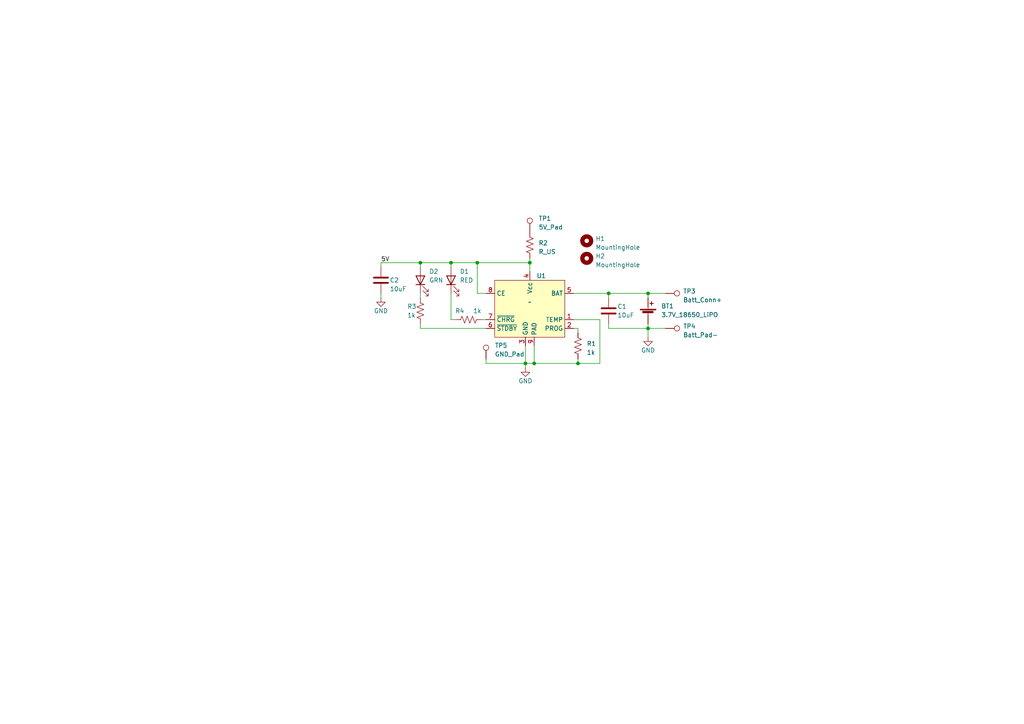
<source format=kicad_sch>
(kicad_sch (version 20230121) (generator eeschema)
  (paper "A4")
  (lib_symbols
    (symbol "Connector:TestPoint" (pin_numbers hide) (pin_names (offset 0.762) hide)
      (property "Reference" "TP" (at 0 6.858 0))
      (property "Value" "TestPoint" (at 0 5.08 0))
      (symbol "TestPoint_0_1"
        (circle (center 0 3.302) (radius 0.762))
      )
      (symbol "TestPoint_1_1"
        (pin passive line (at 0 0 90) (length 2.54) (name "1") (number "1"))
      )
    )
    (symbol "Custom_Lib:TP4056"
      (property "Reference" "U" (at -3.81 7.62 0))
      (symbol "TP4056_1_1"
        (rectangle (start -10.16 6.35) (end 10.16 -10.16) (fill (type background)))
        (pin input line (at 12.7 -5.08 180) (length 2.54) (name "TEMP") (number "1"))
        (pin input line (at 12.7 -7.62 180) (length 2.54) (name "PROG") (number "2"))
        (pin input line (at -1.27 -12.7 90) (length 2.54) (name "GND") (number "3"))
        (pin input line (at 0 8.89 270) (length 2.54) (name "Vcc") (number "4"))
        (pin input line (at 12.7 2.54 180) (length 2.54) (name "BAT") (number "5"))
        (pin input line (at -12.7 -7.62 0) (length 2.54) (name "~{STDBY}") (number "6"))
        (pin input line (at -12.7 -5.08 0) (length 2.54) (name "~{CHRG}") (number "7"))
        (pin input line (at -12.7 2.54 0) (length 2.54) (name "CE") (number "8"))
        (pin input line (at 1.27 -12.7 90) (length 2.54) (name "PAD") (number "9"))
      )
    )
    (symbol "Device:Battery_Cell" (pin_numbers hide) (pin_names (offset 0) hide)
      (property "Reference" "BT" (at 2.54 2.54 0))
      (property "Value" "Battery_Cell" (at 2.54 0 0))
      (symbol "Battery_Cell_0_1"
        (rectangle (start -2.286 1.778) (end 2.286 1.524) (fill (type outline)))
        (rectangle (start -1.5748 1.1938) (end 1.4732 0.6858) (fill (type outline)))
        (polyline (pts (xy 0 0.762) (xy 0 0)))
        (polyline (pts (xy 0 1.778) (xy 0 2.54)))
        (polyline (pts (xy 0.508 3.429) (xy 1.524 3.429)) (stroke (width 0.254)))
        (polyline (pts (xy 1.016 3.937) (xy 1.016 2.921)) (stroke (width 0.254)))
      )
      (symbol "Battery_Cell_1_1"
        (pin passive line (at 0 5.08 270) (length 2.54) (name "+") (number "1"))
        (pin passive line (at 0 -2.54 90) (length 2.54) (name "-") (number "2"))
      )
    )
    (symbol "Device:C" (pin_numbers hide) (pin_names (offset 0.254))
      (property "Reference" "C" (at 0.635 2.54 0))
      (property "Value" "C" (at 0.635 -2.54 0))
      (symbol "C_0_1"
        (polyline (pts (xy -2.032 -0.762) (xy 2.032 -0.762)) (stroke (width 0.508)))
        (polyline (pts (xy -2.032 0.762) (xy 2.032 0.762)) (stroke (width 0.508)))
      )
      (symbol "C_1_1"
        (pin passive line (at 0 3.81 270) (length 2.794) (name "~") (number "1"))
        (pin passive line (at 0 -3.81 90) (length 2.794) (name "~") (number "2"))
      )
    )
    (symbol "Device:LED" (pin_numbers hide) (pin_names (offset 1.016) hide)
      (property "Reference" "D" (at 0 2.54 0))
      (property "Value" "LED" (at 0 -2.54 0))
      (symbol "LED_0_1"
        (polyline (pts (xy -1.27 -1.27) (xy -1.27 1.27)) (stroke (width 0.254)))
        (polyline (pts (xy -1.27 0) (xy 1.27 0)))
        (polyline (pts (xy 1.27 -1.27) (xy 1.27 1.27) (xy -1.27 0) (xy 1.27 -1.27)) (stroke (width 0.254)))
        (polyline (pts (xy -3.048 -0.762) (xy -4.572 -2.286) (xy -3.81 -2.286) (xy -4.572 -2.286) (xy -4.572 -1.524)))
        (polyline (pts (xy -1.778 -0.762) (xy -3.302 -2.286) (xy -2.54 -2.286) (xy -3.302 -2.286) (xy -3.302 -1.524)))
      )
      (symbol "LED_1_1"
        (pin passive line (at -3.81 0 0) (length 2.54) (name "K") (number "1"))
        (pin passive line (at 3.81 0 180) (length 2.54) (name "A") (number "2"))
      )
    )
    (symbol "Device:R_US" (pin_numbers hide) (pin_names (offset 0))
      (property "Reference" "R" (at 2.54 0 90))
      (property "Value" "R_US" (at -2.54 0 90))
      (symbol "R_US_0_1"
        (polyline (pts (xy 0 -2.286) (xy 0 -2.54)))
        (polyline (pts (xy 0 2.286) (xy 0 2.54)))
        (polyline (pts (xy 0 -0.762) (xy 1.016 -1.143) (xy 0 -1.524) (xy -1.016 -1.905) (xy 0 -2.286)))
        (polyline (pts (xy 0 0.762) (xy 1.016 0.381) (xy 0 0) (xy -1.016 -0.381) (xy 0 -0.762)))
        (polyline (pts (xy 0 2.286) (xy 1.016 1.905) (xy 0 1.524) (xy -1.016 1.143) (xy 0 0.762)))
      )
      (symbol "R_US_1_1"
        (pin passive line (at 0 3.81 270) (length 1.27) (name "~") (number "1"))
        (pin passive line (at 0 -3.81 90) (length 1.27) (name "~") (number "2"))
      )
    )
    (symbol "Mechanical:MountingHole" (pin_names (offset 1.016))
      (property "Reference" "H" (at 0 5.08 0))
      (property "Value" "MountingHole" (at 0 3.175 0))
      (symbol "MountingHole_0_1"
        (circle (center 0 0) (radius 1.27) (stroke (width 1.27)))
      )
    )
    (symbol "power:GND" (power) (pin_names (offset 0))
      (property "Value" "GND" (at 0 -3.81 0))
      (symbol "GND_0_1"
        (polyline (pts (xy 0 0) (xy 0 -1.27) (xy 1.27 -1.27) (xy 0 -2.54) (xy -1.27 -1.27) (xy 0 -1.27)))
      )
      (symbol "GND_1_1"
        (pin power_in line (at 0 0 270) (length 0) hide (name "GND") (number "1"))
      )
    )
  )
  (junction (at 187.96 95.25))
  (junction (at 138.43 76.2))
  (junction (at 167.64 105.41))
  (junction (at 154.94 105.41))
  (junction (at 130.81 76.2))
  (junction (at 176.53 85.09))
  (junction (at 121.92 76.2))
  (junction (at 187.96 85.09))
  (junction (at 152.4 105.41))
  (junction (at 153.67 76.2))
  (wire (pts (xy 152.4 100.33) (xy 152.4 105.41)))
  (wire (pts (xy 187.96 85.09) (xy 176.53 85.09)))
  (wire (pts (xy 187.96 95.25) (xy 187.96 93.98)))
  (wire (pts (xy 166.37 95.25) (xy 167.64 95.25)))
  (wire (pts (xy 121.92 95.25) (xy 121.92 93.98)))
  (wire (pts (xy 121.92 95.25) (xy 140.97 95.25)))
  (wire (pts (xy 138.43 85.09) (xy 138.43 76.2)))
  (wire (pts (xy 176.53 93.98) (xy 176.53 95.25)))
  (wire (pts (xy 173.99 92.71) (xy 173.99 105.41)))
  (wire (pts (xy 153.67 74.93) (xy 153.67 76.2)))
  (wire (pts (xy 166.37 92.71) (xy 173.99 92.71)))
  (wire (pts (xy 140.97 85.09) (xy 138.43 85.09)))
  (wire (pts (xy 130.81 77.47) (xy 130.81 76.2)))
  (wire (pts (xy 167.64 95.25) (xy 167.64 96.52)))
  (wire (pts (xy 130.81 85.09) (xy 130.81 92.71)))
  (wire (pts (xy 153.67 76.2) (xy 153.67 78.74)))
  (wire (pts (xy 110.49 77.47) (xy 110.49 76.2)))
  (wire (pts (xy 152.4 105.41) (xy 152.4 106.68)))
  (wire (pts (xy 176.53 85.09) (xy 176.53 86.36)))
  (wire (pts (xy 154.94 100.33) (xy 154.94 105.41)))
  (wire (pts (xy 110.49 76.2) (xy 121.92 76.2)))
  (wire (pts (xy 132.08 92.71) (xy 130.81 92.71)))
  (wire (pts (xy 176.53 95.25) (xy 187.96 95.25)))
  (wire (pts (xy 187.96 86.36) (xy 187.96 85.09)))
  (wire (pts (xy 110.49 85.09) (xy 110.49 86.36)))
  (wire (pts (xy 121.92 85.09) (xy 121.92 86.36)))
  (wire (pts (xy 187.96 95.25) (xy 187.96 97.79)))
  (wire (pts (xy 152.4 105.41) (xy 154.94 105.41)))
  (wire (pts (xy 187.96 95.25) (xy 193.04 95.25)))
  (wire (pts (xy 167.64 104.14) (xy 167.64 105.41)))
  (wire (pts (xy 138.43 76.2) (xy 153.67 76.2)))
  (wire (pts (xy 130.81 76.2) (xy 138.43 76.2)))
  (wire (pts (xy 121.92 76.2) (xy 130.81 76.2)))
  (wire (pts (xy 140.97 104.14) (xy 140.97 105.41)))
  (wire (pts (xy 140.97 105.41) (xy 152.4 105.41)))
  (wire (pts (xy 121.92 77.47) (xy 121.92 76.2)))
  (wire (pts (xy 187.96 85.09) (xy 193.04 85.09)))
  (wire (pts (xy 173.99 105.41) (xy 167.64 105.41)))
  (wire (pts (xy 176.53 85.09) (xy 166.37 85.09)))
  (wire (pts (xy 167.64 105.41) (xy 154.94 105.41)))
  (wire (pts (xy 140.97 92.71) (xy 139.7 92.71)))
  (label "5V" (at 110.49 76.2 0))
  (symbol (lib_id "Connector:TestPoint") (at 193.04 95.25 270) (unit 1)
    (property "Reference" "TP4" (at 198.12 94.615 90) (effects (justify left)))
    (property "Value" "Batt_Pad-" (at 198.12 97.155 90) (effects (justify left)))
    (property "Footprint" "Connector_Pin:Pin_D1.0mm_L10.0mm" (effects hide))
  )
  (symbol (lib_id "Device:R_US") (at 153.67 71.12 180) (unit 1)
    (property "Reference" "R2" (at 156.21 70.485 0) (effects (justify right)))
    (property "Value" "R_US" (at 156.21 73.025 0) (effects (justify right)))
    (property "Footprint" "Resistor_THT:R_Axial_DIN0207_L6.3mm_D2.5mm_P7.62mm_Horizontal" (effects hide))
  )
  (symbol (lib_id "Device:Battery_Cell") (at 187.96 91.44 0) (unit 1)
    (property "Reference" "BT1" (at 191.77 88.773 0) (effects (justify left)))
    (property "Value" "3.7V_18650_LiPO" (at 191.77 91.313 0) (effects (justify left)))
  )
  (symbol (lib_id "Device:R_US") (at 167.64 100.33 180) (unit 1)
    (property "Reference" "R1" (at 170.18 99.695 0) (effects (justify right)))
    (property "Value" "1k" (at 170.18 102.235 0) (effects (justify right)))
    (property "Footprint" "Resistor_THT:R_Axial_DIN0207_L6.3mm_D2.5mm_P7.62mm_Horizontal" (effects hide))
  )
  (symbol (lib_id "Custom_Lib:TP4056") (at 153.67 87.63 0) (unit 1)
    (property "Reference" "U1" (at 155.6259 80.01 0) (effects (justify left)))
    (property "Value" "~" (at 153.67 87.63 0))
    (property "Footprint" "Package_SO:SOP-8-1EP_4.57x4.57mm_P1.27mm_EP4.57x4.45mm" (effects hide))
  )
  (symbol (lib_id "Mechanical:MountingHole") (at 170.18 74.93 0) (unit 1)
    (property "Reference" "H2" (at 172.72 74.295 0) (effects (justify left)))
    (property "Value" "MountingHole" (at 172.72 76.835 0) (effects (justify left)))
    (property "Footprint" "MountingHole:MountingHole_3.2mm_M3" (effects hide))
  )
  (symbol (lib_id "power:GND") (at 110.49 86.36 0) (unit 1)
    (property "Reference" "#PWR03" (effects hide))
    (property "Value" "GND" (at 110.49 90.17 0))
  )
  (symbol (lib_id "Connector:TestPoint") (at 193.04 85.09 270) (unit 1)
    (property "Reference" "TP3" (at 198.12 84.455 90) (effects (justify left)))
    (property "Value" "Batt_Conn+" (at 198.12 86.995 90) (effects (justify left)))
    (property "Footprint" "Connector_Pin:Pin_D1.0mm_L10.0mm" (effects hide))
  )
  (symbol (lib_id "Mechanical:MountingHole") (at 170.18 69.85 0) (unit 1)
    (property "Reference" "H1" (at 172.72 69.215 0) (effects (justify left)))
    (property "Value" "MountingHole" (at 172.72 71.755 0) (effects (justify left)))
    (property "Footprint" "MountingHole:MountingHole_3.2mm_M3" (effects hide))
  )
  (symbol (lib_id "Device:C") (at 176.53 90.17 0) (unit 1)
    (property "Reference" "C1" (at 179.07 88.9 0) (effects (justify left)))
    (property "Value" "10uF" (at 179.07 91.44 0) (effects (justify left)))
    (property "Footprint" "Capacitor_THT:CP_Radial_D5.0mm_P2.50mm" (effects hide))
  )
  (symbol (lib_id "Device:R_US") (at 135.89 92.71 270) (unit 1)
    (property "Reference" "R4" (at 133.35 90.17 90))
    (property "Value" "1k" (at 138.43 90.17 90))
    (property "Footprint" "Resistor_THT:R_Axial_DIN0207_L6.3mm_D2.5mm_P7.62mm_Horizontal" (effects hide))
  )
  (symbol (lib_id "Connector:TestPoint") (at 140.97 104.14 0) (unit 1)
    (property "Reference" "TP5" (at 143.51 100.203 0) (effects (justify left)))
    (property "Value" "GND_Pad" (at 143.51 102.743 0) (effects (justify left)))
    (property "Footprint" "Connector_Pin:Pin_D1.0mm_L10.0mm" (effects hide))
  )
  (symbol (lib_id "Device:LED") (at 121.92 81.28 90) (unit 1)
    (property "Reference" "D2" (at 124.46 78.74 90) (effects (justify right)))
    (property "Value" "GRN" (at 124.46 81.28 90) (effects (justify right)))
    (property "Footprint" "LED_THT:LED_D3.0mm" (effects hide))
  )
  (symbol (lib_id "Device:LED") (at 130.81 81.28 90) (unit 1)
    (property "Reference" "D1" (at 133.35 78.74 90) (effects (justify right)))
    (property "Value" "RED" (at 133.35 81.28 90) (effects (justify right)))
    (property "Footprint" "LED_THT:LED_D3.0mm" (effects hide))
  )
  (symbol (lib_id "Connector:TestPoint") (at 153.67 67.31 0) (unit 1)
    (property "Reference" "TP1" (at 156.21 63.373 0) (effects (justify left)))
    (property "Value" "5V_Pad" (at 156.21 65.913 0) (effects (justify left)))
    (property "Footprint" "Connector_Pin:Pin_D1.0mm_L10.0mm" (effects hide))
  )
  (symbol (lib_id "power:GND") (at 187.96 97.79 0) (unit 1)
    (property "Reference" "#PWR01" (effects hide))
    (property "Value" "GND" (at 187.96 101.6 0))
  )
  (symbol (lib_id "Device:C") (at 110.49 81.28 0) (unit 1)
    (property "Reference" "C2" (at 113.03 81.28 0) (effects (justify left)))
    (property "Value" "10uF" (at 113.03 83.82 0) (effects (justify left)))
    (property "Footprint" "Capacitor_THT:CP_Radial_D5.0mm_P2.50mm" (effects hide))
  )
  (symbol (lib_id "power:GND") (at 152.4 106.68 0) (unit 1)
    (property "Reference" "#PWR02" (effects hide))
    (property "Value" "GND" (at 152.4 110.49 0))
  )
  (symbol (lib_id "Device:R_US") (at 121.92 90.17 180) (unit 1)
    (property "Reference" "R3" (at 118.11 88.9 0) (effects (justify right)))
    (property "Value" "1k" (at 118.11 91.44 0) (effects (justify right)))
    (property "Footprint" "Resistor_THT:R_Axial_DIN0207_L6.3mm_D2.5mm_P7.62mm_Horizontal" (effects hide))
  )
)
</source>
